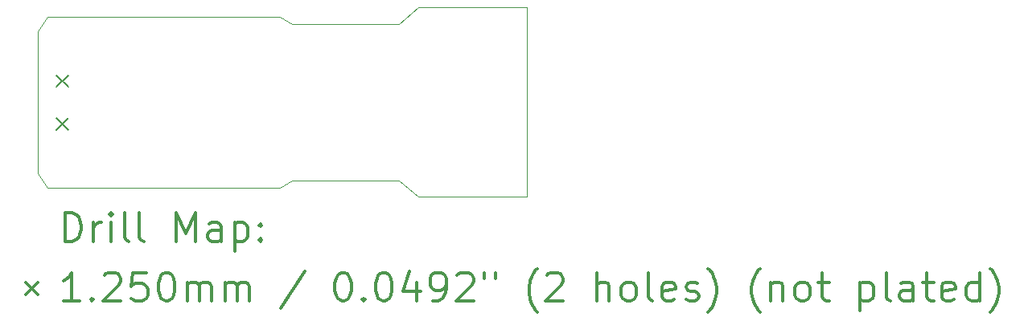
<source format=gbr>
%FSLAX45Y45*%
G04 Gerber Fmt 4.5, Leading zero omitted, Abs format (unit mm)*
G04 Created by KiCad (PCBNEW (5.1.10)-1) date 2021-07-14 18:31:57*
%MOMM*%
%LPD*%
G01*
G04 APERTURE LIST*
%TA.AperFunction,Profile*%
%ADD10C,0.050000*%
%TD*%
%ADD11C,0.200000*%
%ADD12C,0.300000*%
G04 APERTURE END LIST*
D10*
X8900000Y-6980000D02*
X9025000Y-6905000D01*
X8900000Y-5180000D02*
X9025000Y-5255000D01*
X10150000Y-5255000D02*
X10350000Y-5080000D01*
X9025000Y-5255000D02*
X10150000Y-5255000D01*
X10150000Y-6905000D02*
X10350000Y-7080000D01*
X9025000Y-6905000D02*
X10150000Y-6905000D01*
X6450000Y-5180000D02*
X8900000Y-5180000D01*
X6350000Y-5330000D02*
X6450000Y-5180000D01*
X6450000Y-6980000D02*
X8900000Y-6980000D01*
X6350000Y-6830000D02*
X6450000Y-6980000D01*
X6350000Y-6830000D02*
X6350000Y-5330000D01*
X11500000Y-7080000D02*
X10350000Y-7080000D01*
X11500000Y-5080000D02*
X11500000Y-7080000D01*
X10350000Y-5080000D02*
X11500000Y-5080000D01*
D11*
X6545000Y-5795000D02*
X6670000Y-5920000D01*
X6670000Y-5795000D02*
X6545000Y-5920000D01*
X6545000Y-6245000D02*
X6670000Y-6370000D01*
X6670000Y-6245000D02*
X6545000Y-6370000D01*
D12*
X6633928Y-7548214D02*
X6633928Y-7248214D01*
X6705357Y-7248214D01*
X6748214Y-7262500D01*
X6776786Y-7291071D01*
X6791071Y-7319643D01*
X6805357Y-7376786D01*
X6805357Y-7419643D01*
X6791071Y-7476786D01*
X6776786Y-7505357D01*
X6748214Y-7533929D01*
X6705357Y-7548214D01*
X6633928Y-7548214D01*
X6933928Y-7548214D02*
X6933928Y-7348214D01*
X6933928Y-7405357D02*
X6948214Y-7376786D01*
X6962500Y-7362500D01*
X6991071Y-7348214D01*
X7019643Y-7348214D01*
X7119643Y-7548214D02*
X7119643Y-7348214D01*
X7119643Y-7248214D02*
X7105357Y-7262500D01*
X7119643Y-7276786D01*
X7133928Y-7262500D01*
X7119643Y-7248214D01*
X7119643Y-7276786D01*
X7305357Y-7548214D02*
X7276786Y-7533929D01*
X7262500Y-7505357D01*
X7262500Y-7248214D01*
X7462500Y-7548214D02*
X7433928Y-7533929D01*
X7419643Y-7505357D01*
X7419643Y-7248214D01*
X7805357Y-7548214D02*
X7805357Y-7248214D01*
X7905357Y-7462500D01*
X8005357Y-7248214D01*
X8005357Y-7548214D01*
X8276786Y-7548214D02*
X8276786Y-7391071D01*
X8262500Y-7362500D01*
X8233928Y-7348214D01*
X8176786Y-7348214D01*
X8148214Y-7362500D01*
X8276786Y-7533929D02*
X8248214Y-7548214D01*
X8176786Y-7548214D01*
X8148214Y-7533929D01*
X8133928Y-7505357D01*
X8133928Y-7476786D01*
X8148214Y-7448214D01*
X8176786Y-7433929D01*
X8248214Y-7433929D01*
X8276786Y-7419643D01*
X8419643Y-7348214D02*
X8419643Y-7648214D01*
X8419643Y-7362500D02*
X8448214Y-7348214D01*
X8505357Y-7348214D01*
X8533928Y-7362500D01*
X8548214Y-7376786D01*
X8562500Y-7405357D01*
X8562500Y-7491071D01*
X8548214Y-7519643D01*
X8533928Y-7533929D01*
X8505357Y-7548214D01*
X8448214Y-7548214D01*
X8419643Y-7533929D01*
X8691071Y-7519643D02*
X8705357Y-7533929D01*
X8691071Y-7548214D01*
X8676786Y-7533929D01*
X8691071Y-7519643D01*
X8691071Y-7548214D01*
X8691071Y-7362500D02*
X8705357Y-7376786D01*
X8691071Y-7391071D01*
X8676786Y-7376786D01*
X8691071Y-7362500D01*
X8691071Y-7391071D01*
X6222500Y-7980000D02*
X6347500Y-8105000D01*
X6347500Y-7980000D02*
X6222500Y-8105000D01*
X6791071Y-8178214D02*
X6619643Y-8178214D01*
X6705357Y-8178214D02*
X6705357Y-7878214D01*
X6676786Y-7921071D01*
X6648214Y-7949643D01*
X6619643Y-7963929D01*
X6919643Y-8149643D02*
X6933928Y-8163929D01*
X6919643Y-8178214D01*
X6905357Y-8163929D01*
X6919643Y-8149643D01*
X6919643Y-8178214D01*
X7048214Y-7906786D02*
X7062500Y-7892500D01*
X7091071Y-7878214D01*
X7162500Y-7878214D01*
X7191071Y-7892500D01*
X7205357Y-7906786D01*
X7219643Y-7935357D01*
X7219643Y-7963929D01*
X7205357Y-8006786D01*
X7033928Y-8178214D01*
X7219643Y-8178214D01*
X7491071Y-7878214D02*
X7348214Y-7878214D01*
X7333928Y-8021071D01*
X7348214Y-8006786D01*
X7376786Y-7992500D01*
X7448214Y-7992500D01*
X7476786Y-8006786D01*
X7491071Y-8021071D01*
X7505357Y-8049643D01*
X7505357Y-8121071D01*
X7491071Y-8149643D01*
X7476786Y-8163929D01*
X7448214Y-8178214D01*
X7376786Y-8178214D01*
X7348214Y-8163929D01*
X7333928Y-8149643D01*
X7691071Y-7878214D02*
X7719643Y-7878214D01*
X7748214Y-7892500D01*
X7762500Y-7906786D01*
X7776786Y-7935357D01*
X7791071Y-7992500D01*
X7791071Y-8063929D01*
X7776786Y-8121071D01*
X7762500Y-8149643D01*
X7748214Y-8163929D01*
X7719643Y-8178214D01*
X7691071Y-8178214D01*
X7662500Y-8163929D01*
X7648214Y-8149643D01*
X7633928Y-8121071D01*
X7619643Y-8063929D01*
X7619643Y-7992500D01*
X7633928Y-7935357D01*
X7648214Y-7906786D01*
X7662500Y-7892500D01*
X7691071Y-7878214D01*
X7919643Y-8178214D02*
X7919643Y-7978214D01*
X7919643Y-8006786D02*
X7933928Y-7992500D01*
X7962500Y-7978214D01*
X8005357Y-7978214D01*
X8033928Y-7992500D01*
X8048214Y-8021071D01*
X8048214Y-8178214D01*
X8048214Y-8021071D02*
X8062500Y-7992500D01*
X8091071Y-7978214D01*
X8133928Y-7978214D01*
X8162500Y-7992500D01*
X8176786Y-8021071D01*
X8176786Y-8178214D01*
X8319643Y-8178214D02*
X8319643Y-7978214D01*
X8319643Y-8006786D02*
X8333928Y-7992500D01*
X8362500Y-7978214D01*
X8405357Y-7978214D01*
X8433928Y-7992500D01*
X8448214Y-8021071D01*
X8448214Y-8178214D01*
X8448214Y-8021071D02*
X8462500Y-7992500D01*
X8491071Y-7978214D01*
X8533928Y-7978214D01*
X8562500Y-7992500D01*
X8576786Y-8021071D01*
X8576786Y-8178214D01*
X9162500Y-7863929D02*
X8905357Y-8249643D01*
X9548214Y-7878214D02*
X9576786Y-7878214D01*
X9605357Y-7892500D01*
X9619643Y-7906786D01*
X9633928Y-7935357D01*
X9648214Y-7992500D01*
X9648214Y-8063929D01*
X9633928Y-8121071D01*
X9619643Y-8149643D01*
X9605357Y-8163929D01*
X9576786Y-8178214D01*
X9548214Y-8178214D01*
X9519643Y-8163929D01*
X9505357Y-8149643D01*
X9491071Y-8121071D01*
X9476786Y-8063929D01*
X9476786Y-7992500D01*
X9491071Y-7935357D01*
X9505357Y-7906786D01*
X9519643Y-7892500D01*
X9548214Y-7878214D01*
X9776786Y-8149643D02*
X9791071Y-8163929D01*
X9776786Y-8178214D01*
X9762500Y-8163929D01*
X9776786Y-8149643D01*
X9776786Y-8178214D01*
X9976786Y-7878214D02*
X10005357Y-7878214D01*
X10033928Y-7892500D01*
X10048214Y-7906786D01*
X10062500Y-7935357D01*
X10076786Y-7992500D01*
X10076786Y-8063929D01*
X10062500Y-8121071D01*
X10048214Y-8149643D01*
X10033928Y-8163929D01*
X10005357Y-8178214D01*
X9976786Y-8178214D01*
X9948214Y-8163929D01*
X9933928Y-8149643D01*
X9919643Y-8121071D01*
X9905357Y-8063929D01*
X9905357Y-7992500D01*
X9919643Y-7935357D01*
X9933928Y-7906786D01*
X9948214Y-7892500D01*
X9976786Y-7878214D01*
X10333928Y-7978214D02*
X10333928Y-8178214D01*
X10262500Y-7863929D02*
X10191071Y-8078214D01*
X10376786Y-8078214D01*
X10505357Y-8178214D02*
X10562500Y-8178214D01*
X10591071Y-8163929D01*
X10605357Y-8149643D01*
X10633928Y-8106786D01*
X10648214Y-8049643D01*
X10648214Y-7935357D01*
X10633928Y-7906786D01*
X10619643Y-7892500D01*
X10591071Y-7878214D01*
X10533928Y-7878214D01*
X10505357Y-7892500D01*
X10491071Y-7906786D01*
X10476786Y-7935357D01*
X10476786Y-8006786D01*
X10491071Y-8035357D01*
X10505357Y-8049643D01*
X10533928Y-8063929D01*
X10591071Y-8063929D01*
X10619643Y-8049643D01*
X10633928Y-8035357D01*
X10648214Y-8006786D01*
X10762500Y-7906786D02*
X10776786Y-7892500D01*
X10805357Y-7878214D01*
X10876786Y-7878214D01*
X10905357Y-7892500D01*
X10919643Y-7906786D01*
X10933928Y-7935357D01*
X10933928Y-7963929D01*
X10919643Y-8006786D01*
X10748214Y-8178214D01*
X10933928Y-8178214D01*
X11048214Y-7878214D02*
X11048214Y-7935357D01*
X11162500Y-7878214D02*
X11162500Y-7935357D01*
X11605357Y-8292500D02*
X11591071Y-8278214D01*
X11562500Y-8235357D01*
X11548214Y-8206786D01*
X11533928Y-8163929D01*
X11519643Y-8092500D01*
X11519643Y-8035357D01*
X11533928Y-7963929D01*
X11548214Y-7921071D01*
X11562500Y-7892500D01*
X11591071Y-7849643D01*
X11605357Y-7835357D01*
X11705357Y-7906786D02*
X11719643Y-7892500D01*
X11748214Y-7878214D01*
X11819643Y-7878214D01*
X11848214Y-7892500D01*
X11862500Y-7906786D01*
X11876786Y-7935357D01*
X11876786Y-7963929D01*
X11862500Y-8006786D01*
X11691071Y-8178214D01*
X11876786Y-8178214D01*
X12233928Y-8178214D02*
X12233928Y-7878214D01*
X12362500Y-8178214D02*
X12362500Y-8021071D01*
X12348214Y-7992500D01*
X12319643Y-7978214D01*
X12276786Y-7978214D01*
X12248214Y-7992500D01*
X12233928Y-8006786D01*
X12548214Y-8178214D02*
X12519643Y-8163929D01*
X12505357Y-8149643D01*
X12491071Y-8121071D01*
X12491071Y-8035357D01*
X12505357Y-8006786D01*
X12519643Y-7992500D01*
X12548214Y-7978214D01*
X12591071Y-7978214D01*
X12619643Y-7992500D01*
X12633928Y-8006786D01*
X12648214Y-8035357D01*
X12648214Y-8121071D01*
X12633928Y-8149643D01*
X12619643Y-8163929D01*
X12591071Y-8178214D01*
X12548214Y-8178214D01*
X12819643Y-8178214D02*
X12791071Y-8163929D01*
X12776786Y-8135357D01*
X12776786Y-7878214D01*
X13048214Y-8163929D02*
X13019643Y-8178214D01*
X12962500Y-8178214D01*
X12933928Y-8163929D01*
X12919643Y-8135357D01*
X12919643Y-8021071D01*
X12933928Y-7992500D01*
X12962500Y-7978214D01*
X13019643Y-7978214D01*
X13048214Y-7992500D01*
X13062500Y-8021071D01*
X13062500Y-8049643D01*
X12919643Y-8078214D01*
X13176786Y-8163929D02*
X13205357Y-8178214D01*
X13262500Y-8178214D01*
X13291071Y-8163929D01*
X13305357Y-8135357D01*
X13305357Y-8121071D01*
X13291071Y-8092500D01*
X13262500Y-8078214D01*
X13219643Y-8078214D01*
X13191071Y-8063929D01*
X13176786Y-8035357D01*
X13176786Y-8021071D01*
X13191071Y-7992500D01*
X13219643Y-7978214D01*
X13262500Y-7978214D01*
X13291071Y-7992500D01*
X13405357Y-8292500D02*
X13419643Y-8278214D01*
X13448214Y-8235357D01*
X13462500Y-8206786D01*
X13476786Y-8163929D01*
X13491071Y-8092500D01*
X13491071Y-8035357D01*
X13476786Y-7963929D01*
X13462500Y-7921071D01*
X13448214Y-7892500D01*
X13419643Y-7849643D01*
X13405357Y-7835357D01*
X13948214Y-8292500D02*
X13933928Y-8278214D01*
X13905357Y-8235357D01*
X13891071Y-8206786D01*
X13876786Y-8163929D01*
X13862500Y-8092500D01*
X13862500Y-8035357D01*
X13876786Y-7963929D01*
X13891071Y-7921071D01*
X13905357Y-7892500D01*
X13933928Y-7849643D01*
X13948214Y-7835357D01*
X14062500Y-7978214D02*
X14062500Y-8178214D01*
X14062500Y-8006786D02*
X14076786Y-7992500D01*
X14105357Y-7978214D01*
X14148214Y-7978214D01*
X14176786Y-7992500D01*
X14191071Y-8021071D01*
X14191071Y-8178214D01*
X14376786Y-8178214D02*
X14348214Y-8163929D01*
X14333928Y-8149643D01*
X14319643Y-8121071D01*
X14319643Y-8035357D01*
X14333928Y-8006786D01*
X14348214Y-7992500D01*
X14376786Y-7978214D01*
X14419643Y-7978214D01*
X14448214Y-7992500D01*
X14462500Y-8006786D01*
X14476786Y-8035357D01*
X14476786Y-8121071D01*
X14462500Y-8149643D01*
X14448214Y-8163929D01*
X14419643Y-8178214D01*
X14376786Y-8178214D01*
X14562500Y-7978214D02*
X14676786Y-7978214D01*
X14605357Y-7878214D02*
X14605357Y-8135357D01*
X14619643Y-8163929D01*
X14648214Y-8178214D01*
X14676786Y-8178214D01*
X15005357Y-7978214D02*
X15005357Y-8278214D01*
X15005357Y-7992500D02*
X15033928Y-7978214D01*
X15091071Y-7978214D01*
X15119643Y-7992500D01*
X15133928Y-8006786D01*
X15148214Y-8035357D01*
X15148214Y-8121071D01*
X15133928Y-8149643D01*
X15119643Y-8163929D01*
X15091071Y-8178214D01*
X15033928Y-8178214D01*
X15005357Y-8163929D01*
X15319643Y-8178214D02*
X15291071Y-8163929D01*
X15276786Y-8135357D01*
X15276786Y-7878214D01*
X15562500Y-8178214D02*
X15562500Y-8021071D01*
X15548214Y-7992500D01*
X15519643Y-7978214D01*
X15462500Y-7978214D01*
X15433928Y-7992500D01*
X15562500Y-8163929D02*
X15533928Y-8178214D01*
X15462500Y-8178214D01*
X15433928Y-8163929D01*
X15419643Y-8135357D01*
X15419643Y-8106786D01*
X15433928Y-8078214D01*
X15462500Y-8063929D01*
X15533928Y-8063929D01*
X15562500Y-8049643D01*
X15662500Y-7978214D02*
X15776786Y-7978214D01*
X15705357Y-7878214D02*
X15705357Y-8135357D01*
X15719643Y-8163929D01*
X15748214Y-8178214D01*
X15776786Y-8178214D01*
X15991071Y-8163929D02*
X15962500Y-8178214D01*
X15905357Y-8178214D01*
X15876786Y-8163929D01*
X15862500Y-8135357D01*
X15862500Y-8021071D01*
X15876786Y-7992500D01*
X15905357Y-7978214D01*
X15962500Y-7978214D01*
X15991071Y-7992500D01*
X16005357Y-8021071D01*
X16005357Y-8049643D01*
X15862500Y-8078214D01*
X16262500Y-8178214D02*
X16262500Y-7878214D01*
X16262500Y-8163929D02*
X16233928Y-8178214D01*
X16176786Y-8178214D01*
X16148214Y-8163929D01*
X16133928Y-8149643D01*
X16119643Y-8121071D01*
X16119643Y-8035357D01*
X16133928Y-8006786D01*
X16148214Y-7992500D01*
X16176786Y-7978214D01*
X16233928Y-7978214D01*
X16262500Y-7992500D01*
X16376786Y-8292500D02*
X16391071Y-8278214D01*
X16419643Y-8235357D01*
X16433928Y-8206786D01*
X16448214Y-8163929D01*
X16462500Y-8092500D01*
X16462500Y-8035357D01*
X16448214Y-7963929D01*
X16433928Y-7921071D01*
X16419643Y-7892500D01*
X16391071Y-7849643D01*
X16376786Y-7835357D01*
M02*

</source>
